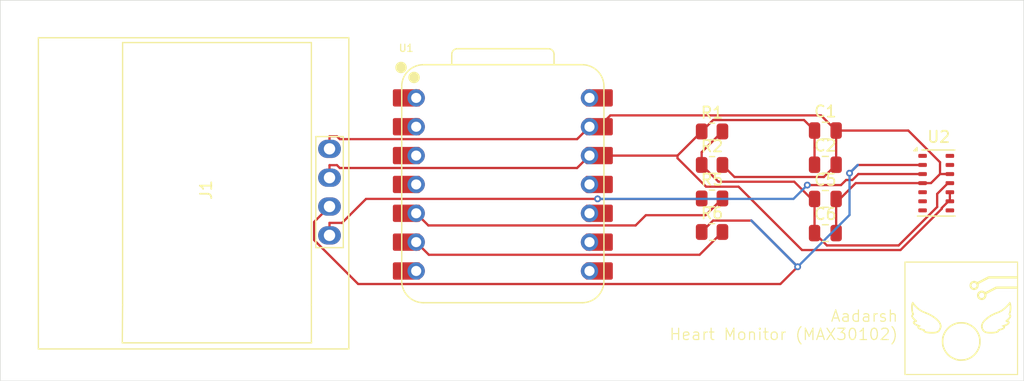
<source format=kicad_pcb>
(kicad_pcb (version 20241229) (generator "pcbnew") (generator_version "9.0")
  (layers (0 "F.Cu" signal) (2 "B.Cu" signal) (13 "F.Paste" user) (15 "B.Paste" user) (5 "F.SilkS" user "F.Silkscreen") (7 "B.SilkS" user "B.Silkscreen") (1 "F.Mask" user) (3 "B.Mask" user) (25 "Edge.Cuts" user))
  (net 0 "")
  (net 1 "GND")
  (net 2 "+3V3")
  (net 3 "+1V8")
  (net 4 "SDA")
  (net 5 "SCL")
  (net 6 "Net-(U1-GPIO6{slash}SDA)")
  (net 7 "Net-(U1-GPIO7{slash}SCL)")
  (footprint "Resistor_SMD:R_0805_2012Metric" (layer "F.Cu") (at 164.5875 84.45)
    (property "Reference" "R5" (at 0 -1.65 0) (layer "F.SilkS"))
    (property "Value" "4.7k")
    (fp_line (start -0.227064 -0.735) (end 0.227064 -0.735) (stroke (width 0.12)) (layer "F.SilkS"))
    (fp_line (start -0.227064 0.735) (end 0.227064 0.735) (stroke (width 0.12)) (layer "F.SilkS"))
    (pad "1" smd roundrect (at -0.9125 0) (size 1.025 1.4) (layers "F.Cu" "F.Mask" "F.Paste") (roundrect_rratio 0.243902) (net 4 "SDA"))
    (pad "2" smd roundrect (at 0.9125 0) (size 1.025 1.4) (layers "F.Cu" "F.Mask" "F.Paste") (roundrect_rratio 0.243902) (net 6 "Net-(U1-GPIO6{slash}SDA)"))
  )
  (footprint "Resistor_SMD:R_0805_2012Metric" (layer "F.Cu") (at 164.5875 78.55)
    (property "Reference" "R1" (at 0 -1.65 0) (layer "F.SilkS"))
    (property "Value" "80")
    (fp_line (start -0.227064 -0.735) (end 0.227064 -0.735) (stroke (width 0.12)) (layer "F.SilkS"))
    (fp_line (start -0.227064 0.735) (end 0.227064 0.735) (stroke (width 0.12)) (layer "F.SilkS"))
    (pad "1" smd roundrect (at -0.9125 0) (size 1.025 1.4) (layers "F.Cu" "F.Mask" "F.Paste") (roundrect_rratio 0.243902) (net 2 "+3V3"))
    (pad "2" smd roundrect (at 0.9125 0) (size 1.025 1.4) (layers "F.Cu" "F.Mask" "F.Paste") (roundrect_rratio 0.243902) (net 3 "+1V8"))
  )
  (footprint "EE Parts:XIAO-RP2040-DIP" (layer "F.Cu") (at 146.191 83.2145)
    (property "Reference" "U1" (at -8.5 -12 0) (layer "F.SilkS") (effects (font (size 0.635 0.635) (thickness 0.1016))))
    (property "Value" "XIAO-RP2040-DIP")
    (fp_line (start -8.89 8.509) (end -8.89 -8.636) (stroke (width 0.127)) (layer "F.SilkS"))
    (fp_line (start -6.985 10.414) (end 6.985 10.414) (stroke (width 0.127)) (layer "F.SilkS"))
    (fp_line (start -4.495 -10.541) (end -4.491272 -11.451272) (stroke (width 0.127)) (layer "F.SilkS"))
    (fp_line (start -3.991272 -11.951) (end 4.004 -11.951) (stroke (width 0.127)) (layer "F.SilkS"))
    (fp_line (start 4.504 -11.451) (end 4.504 -10.541) (stroke (width 0.127)) (layer "F.SilkS"))
    (fp_line (start 6.985 -10.541) (end -6.985 -10.541) (stroke (width 0.1)) (layer "F.SilkS"))
    (fp_line (start 6.985 -10.541) (end -6.985 -10.541) (stroke (width 0.127)) (layer "F.SilkS"))
    (fp_line (start 8.89 8.509) (end 8.89 -8.636) (stroke (width 0.127)) (layer "F.SilkS"))
    (fp_arc (start -8.89 -8.636) (mid -8.332038 -9.983038) (end -6.985 -10.541) (stroke (width 0.127)) (layer "F.SilkS"))
    (fp_arc (start -6.985 10.414) (mid -8.332038 9.856038) (end -8.89 8.509) (stroke (width 0.127)) (layer "F.SilkS"))
    (fp_arc (start -4.491272 -11.451272) (mid -4.344728 -11.80464) (end -3.991272 -11.951) (stroke (width 0.127)) (layer "F.SilkS"))
    (fp_arc (start 4.004 -11.951) (mid 4.357553 -11.804553) (end 4.504 -11.451) (stroke (width 0.127)) (layer "F.SilkS"))
    (fp_arc (start 6.985 -10.541) (mid 8.332038 -9.983038) (end 8.89 -8.636) (stroke (width 0.127)) (layer "F.SilkS"))
    (fp_arc (start 8.89 8.509) (mid 8.332038 9.856038) (end 6.985 10.414) (stroke (width 0.127)) (layer "F.SilkS"))
    (fp_circle (center -8.95 -10.3) (end -8.95 -10.554) (stroke (width 0.5)) (fill yes) (layer "F.SilkS"))
    (fp_circle (center -7.807 -9.42) (end -7.807 -9.674) (stroke (width 0.5)) (fill yes) (layer "F.SilkS"))
    (pad "1" smd roundrect (at -8.455 -7.62 180) (size 2.432 1.524) (layers "F.Cu" "F.Mask") (roundrect_rratio 0.1))
    (pad "1" thru_hole circle (at -7.62 -7.62 180) (size 1.524 1.524) (drill 0.889) (layers "*.Cu" "*.Mask"))
    (pad "2" smd roundrect (at -8.455 -5.08 180) (size 2.432 1.524) (layers "F.Cu" "F.Mask") (roundrect_rratio 0.1))
    (pad "2" thru_hole circle (at -7.62 -5.08 180) (size 1.524 1.524) (drill 0.889) (layers "*.Cu" "*.Mask"))
    (pad "3" smd roundrect (at -8.455 -2.54 180) (size 2.432 1.524) (layers "F.Cu" "F.Mask") (roundrect_rratio 0.1))
    (pad "3" thru_hole circle (at -7.62 -2.54 180) (size 1.524 1.524) (drill 0.889) (layers "*.Cu" "*.Mask"))
    (pad "4" smd roundrect (at -8.455 0 180) (size 2.432 1.524) (layers "F.Cu" "F.Mask") (roundrect_rratio 0.1))
    (pad "4" thru_hole circle (at -7.62 0 180) (size 1.524 1.524) (drill 0.889) (layers "*.Cu" "*.Mask"))
    (pad "5" smd roundrect (at -8.455 2.54 180) (size 2.432 1.524) (layers "F.Cu" "F.Mask") (roundrect_rratio 0.1) (net 6 "Net-(U1-GPIO6{slash}SDA)"))
    (pad "5" thru_hole circle (at -7.62 2.54 180) (size 1.524 1.524) (drill 0.889) (layers "*.Cu" "*.Mask") (net 6 "Net-(U1-GPIO6{slash}SDA)"))
    (pad "6" smd roundrect (at -8.455 5.08 180) (size 2.432 1.524) (layers "F.Cu" "F.Mask") (roundrect_rratio 0.1) (net 7 "Net-(U1-GPIO7{slash}SCL)"))
    (pad "6" thru_hole circle (at -7.62 5.08 180) (size 1.524 1.524) (drill 0.889) (layers "*.Cu" "*.Mask") (net 7 "Net-(U1-GPIO7{slash}SCL)"))
    (pad "7" smd roundrect (at -8.455 7.62 180) (size 2.432 1.524) (layers "F.Cu" "F.Mask") (roundrect_rratio 0.1))
    (pad "7" thru_hole circle (at -7.62 7.62 180) (size 1.524 1.524) (drill 0.889) (layers "*.Cu" "*.Mask"))
    (pad "8" thru_hole circle (at 7.62 7.62) (size 1.524 1.524) (drill 0.889) (layers "*.Cu" "*.Mask"))
    (pad "8" smd roundrect (at 8.455 7.62) (size 2.432 1.524) (layers "F.Cu" "F.Mask") (roundrect_rratio 0.1))
    (pad "9" thru_hole circle (at 7.62 5.08) (size 1.524 1.524) (drill 0.889) (layers "*.Cu" "*.Mask"))
    (pad "9" smd roundrect (at 8.455 5.08) (size 2.432 1.524) (layers "F.Cu" "F.Mask") (roundrect_rratio 0.1))
    (pad "10" thru_hole circle (at 7.62 2.54) (size 1.524 1.524) (drill 0.889) (layers "*.Cu" "*.Mask"))
    (pad "10" smd roundrect (at 8.455 2.54) (size 2.432 1.524) (layers "F.Cu" "F.Mask") (roundrect_rratio 0.1))
    (pad "11" thru_hole circle (at 7.62 0) (size 1.524 1.524) (drill 0.889) (layers "*.Cu" "*.Mask"))
    (pad "11" smd roundrect (at 8.455 0) (size 2.432 1.524) (layers "F.Cu" "F.Mask") (roundrect_rratio 0.1))
    (pad "12" thru_hole circle (at 7.62 -2.54) (size 1.524 1.524) (drill 0.889) (layers "*.Cu" "*.Mask") (net 2 "+3V3"))
    (pad "12" smd roundrect (at 8.455 -2.54) (size 2.432 1.524) (layers "F.Cu" "F.Mask") (roundrect_rratio 0.1) (net 2 "+3V3"))
    (pad "13" thru_hole circle (at 7.62 -5.08) (size 1.524 1.524) (drill 0.889) (layers "*.Cu" "*.Mask") (net 1 "GND"))
    (pad "13" smd roundrect (at 8.455 -5.08) (size 2.432 1.524) (layers "F.Cu" "F.Mask") (roundrect_rratio 0.1) (net 1 "GND"))
    (pad "14" thru_hole circle (at 7.62 -7.62) (size 1.524 1.524) (drill 0.889) (layers "*.Cu" "*.Mask"))
    (pad "14" smd roundrect (at 8.455 -7.62) (size 2.432 1.524) (layers "F.Cu" "F.Mask") (roundrect_rratio 0.1))
  )
  (footprint "Capacitor_SMD:C_0805_2012Metric" (layer "F.Cu") (at 174.55 87.5)
    (property "Reference" "C6" (at 0 -1.68 0) (layer "F.SilkS"))
    (property "Value" "0.1u")
    (fp_line (start -0.261252 -0.735) (end 0.261252 -0.735) (stroke (width 0.12)) (layer "F.SilkS"))
    (fp_line (start -0.261252 0.735) (end 0.261252 0.735) (stroke (width 0.12)) (layer "F.SilkS"))
    (pad "1" smd roundrect (at -0.95 0) (size 1 1.45) (layers "F.Cu" "F.Mask" "F.Paste") (net 3 "+1V8"))
    (pad "2" smd roundrect (at 0.95 0) (size 1 1.45) (layers "F.Cu" "F.Mask" "F.Paste") (net 1 "GND"))
  )
  (footprint "Images:Untitled" (layer "F.Cu") (at 186.5 95)
    (property "Reference" "G***" (hide yes))
    (property "Value" "LOGO" (hide yes))
    (fp_poly (pts (xy 0.098018 0.33116) (xy 0.237437 0.339104) (xy 0.357198 0.35388) (xy 0.42 0.36745) (xy 0.671987 0.456902) (xy 0.903588 0.579627) (xy 1.112294 0.733115) (xy 1.295594 0.914855) (xy 1.450978 1.122337) (xy 1.575938 1.353051) (xy 1.667962 1.604486) (xy 1.672345 1.620047) (xy 1.691703 1.719954) (xy 1.70424 1.847461) (xy 1.709953 1.990754) (xy 1.708839 2.138018) (xy 1.700895 2.277437) (xy 1.686119 2.397198) (xy 1.672549 2.46) (xy 1.583794 2.709775) (xy 1.461807 2.940218) (xy 1.309417 3.148481) (xy 1.129457 3.331717) (xy 0.924758 3.487081) (xy 0.698152 3.611726) (xy 0.452469 3.702806) (xy 0.43 3.709127) (xy 0.360646 3.722606) (xy 0.262924 3.734442) (xy 0.14824 3.744) (xy 0.028001 3.750642) (xy -0.086387 3.753734) (xy -0.183516 3.752638) (xy -0.25 3.747047) (xy -0.445279 3.701447) (xy -0.647856 3.628721) (xy -0.842865 3.535042) (xy -1.006871 3.432766) (xy -1.199122 3.271071) (xy -1.366961 3.079987) (xy -1.507374 2.863919) (xy -1.617347 2.627273) (xy -1.672346 2.459952) (xy -1.691704 2.360045) (xy -1.704241 2.232538) (xy -1.709954 2.089245) (xy -1.708972 1.959419) (xy -1.569807 1.959419) (xy -1.56901 2.140708) (xy -1.55216 2.313262) (xy -1.524075 2.445983) (xy -1.435841 2.68594) (xy -1.315536 2.904199) (xy -1.165831 3.09833) (xy -0.989399 3.265899) (xy -0.788913 3.404478) (xy -0.567045 3.511633) (xy -0.326466 3.584935) (xy -0.256722 3.598953) (xy -0.148342 3.610286) (xy -0.01559 3.612064) (xy 0.127274 3.605104) (xy 0.26599 3.590223) (xy 0.386299 3.568235) (xy 0.416572 3.560404) (xy 0.653237 3.473437) (xy 0.869326 3.35337) (xy 1.062193 3.202859) (xy 1.229188 3.024561) (xy 1.367663 2.821133) (xy 1.47497 2.595234) (xy 1.523296 2.45) (xy 1.554563 2.295764) (xy 1.569806 2.12058) (xy 1.569009 1.939291) (xy 1.552159 1.766737) (xy 1.524074 1.634016) (xy 1.43545 1.392659) (xy 1.314687 1.173559) (xy 1.16404 0.978977) (xy 0.985763 0.811176) (xy 0.782112 0.672417) (xy 0.555342 0.564961) (xy 0.41 0.516703) (xy 0.255764 0.485436) (xy 0.08058 0.470193) (xy -0.100709 0.47099) (xy -0.273263 0.48784) (xy -0.405984 0.515925) (xy -0.647341 0.604549) (xy -0.866441 0.725312) (xy -1.061023 0.875959) (xy -1.228824 1.054236) (xy -1.367583 1.257887) (xy -1.475039 1.484657) (xy -1.523297 1.63) (xy -1.554564 1.784235) (xy -1.569807 1.959419) (xy -1.708972 1.959419) (xy -1.70884 1.941981) (xy -1.700896 1.802562) (xy -1.68612 1.682801) (xy -1.67255 1.62) (xy -1.583098 1.368012) (xy -1.460373 1.136411) (xy -1.306885 0.927705) (xy -1.125145 0.744405) (xy -0.917663 0.589021) (xy -0.686949 0.464061) (xy -0.435514 0.372037) (xy -0.419953 0.367654) (xy -0.320046 0.348296) (xy -0.192539 0.335759) (xy -0.049246 0.330046)) (fill yes) (layer "F.SilkS"))
    (fp_poly (pts (xy 5 0) (xy 5 5) (xy 0 5) (xy -5 5) (xy -5 0) (xy -4.9 0) (xy -4.9 4.9) (xy 0 4.9) (xy 4.9 4.9) (xy 4.9 1.15) (xy 4.9 -2.6) (xy 4.004471 -2.6) (xy 3.108943 -2.6) (xy 2.664719 -2.365) (xy 2.220495 -2.13) (xy 2.220247 -2.034358) (xy 2.202763 -1.908822) (xy 2.154924 -1.801107) (xy 2.082613 -1.713859) (xy 1.991713 -1.649724) (xy 1.888106 -1.611348) (xy 1.777675 -1.601375) (xy 1.666303 -1.622451) (xy 1.559872 -1.677223) (xy 1.512478 -1.716061) (xy 1.436245 -1.812297) (xy 1.393576 -1.921028) (xy 1.38441 -2.021227) (xy 1.57 -2.021227) (xy 1.587432 -1.92397) (xy 1.637651 -1.846865) (xy 1.71 -1.798058) (xy 1.786319 -1.784236) (xy 1.870411 -1.799544) (xy 1.94704 -1.840391) (xy 1.968132 -1.858902) (xy 2.007367 -1.905052) (xy 2.025522 -1.951867) (xy 2.029999 -2.018614) (xy 2.03 -2.02) (xy 2.025808 -2.086758) (xy 2.008009 -2.133661) (xy 1.968767 -2.180437) (xy 1.964615 -2.184616) (xy 1.917028 -2.225841) (xy 1.870838 -2.245018) (xy 1.806319 -2.249983) (xy 1.8 -2.25) (xy 1.733242 -2.245809) (xy 1.686339 -2.22801) (xy 1.639563 -2.188768) (xy 1.635384 -2.184616) (xy 1.593859 -2.136532) (xy 1.57474 -2.089722) (xy 1.570003 -2.024133) (xy 1.57 -2.021227) (xy 1.38441 -2.021227) (xy 1.38313 -2.035215) (xy 1.403568 -2.147816) (xy 1.453549 -2.25179) (xy 1.531733 -2.340095) (xy 1.63678 -2.405691) (xy 1.644357 -2.40894) (xy 1.75422 -2.435823) (xy 1.870045 -2.431998) (xy 1.979356 -2.399485) (xy 2.069678 -2.340303) (xy 2.069934 -2.340062) (xy 2.082926 -2.329112) (xy 2.097564 -2.323008) (xy 2.118149 -2.323523) (xy 2.148985 -2.332434) (xy 2.194372 -2.351516) (xy 2.258615 -2.382544) (xy 2.346015 -2.427294) (xy 2.460876 -2.487541) (xy 2.580207 -2.550619) (xy 3.05 -2.799205) (xy 3.975 -2.799603) (xy 4.9 -2.8) (xy 4.9 -3.15) (xy 4.9 -3.5) (xy 3.664245 -3.5) (xy 2.42849 -3.5) (xy 1.981195 -3.262411) (xy 1.533901 -3.024821) (xy 1.53195 -2.897411) (xy 1.514673 -2.765555) (xy 1.4666 -2.658682) (xy 1.386715 -2.575069) (xy 1.316363 -2.531934) (xy 1.200526 -2.489601) (xy 1.090974 -2.484173) (xy 0.978641 -2.51562) (xy 0.946188 -2.530663) (xy 0.845925 -2.599668) (xy 0.77599 -2.687077) (xy 0.735238 -2.786608) (xy 0.722521 -2.891979) (xy 0.723596 -2.899937) (xy 0.9 -2.899937) (xy 0.915949 -2.825738) (xy 0.956717 -2.75189) (xy 1.011681 -2.697294) (xy 1.015113 -2.695096) (xy 1.092606 -2.664341) (xy 1.173489 -2.669675) (xy 1.227856 -2.690324) (xy 1.29122 -2.736968) (xy 1.338637 -2.802548) (xy 1.35973 -2.87216) (xy 1.36 -2.880064) (xy 1.343257 -2.958814) (xy 1.299155 -3.031328) (xy 1.236884 -3.087586) (xy 1.165634 -3.117568) (xy 1.139936 -3.12) (xy 1.061186 -3.103258) (xy 0.988672 -3.059156) (xy 0.932414 -2.996885) (xy 0.902432 -2.925635) (xy 0.9 -2.899937) (xy 0.723596 -2.899937) (xy 0.736693 -2.996909) (xy 0.776609 -3.095117) (xy 0.841121 -3.180321) (xy 0.929082 -3.246241) (xy 1.039348 -3.286593) (xy 1.085464 -3.293775) (xy 1.15851 -3.297212) (xy 1.220563 -3.28744) (xy 1.291824 -3.260745) (xy 1.310368 -3.252404) (xy 1.425485 -3.199702) (xy 1.899717 -3.449851) (xy 2.373949 -3.7) (xy 3.636974 -3.7) (xy 4.9 -3.7) (xy 4.9 -4.3) (xy 4.9 -4.9) (xy 0 -4.9) (xy -4.9 -4.9) (xy -4.9 0) (xy -5 0) (xy -5 -5) (xy 0 -5) (xy 5 -5)) (fill yes) (layer "F.SilkS"))
    (fp_poly (pts (xy 4.276885 -1.449602) (xy 4.290432 -1.439642) (xy 4.334369 -1.387282) (xy 4.367138 -1.309782) (xy 4.390637 -1.201633) (xy 4.401233 -1.118238) (xy 4.408885 -0.979118) (xy 4.405558 -0.831083) (xy 4.392343 -0.686483) (xy 4.370332 -0.557668) (xy 4.343416 -0.46415) (xy 4.306362 -0.36663) (xy 4.353181 -0.3122) (xy 4.385391 -0.260248) (xy 4.39993 -0.208142) (xy 4.4 -0.2052) (xy 4.383483 -0.125159) (xy 4.337077 -0.033349) (xy 4.265495 0.061935) (xy 4.221879 0.108148) (xy 4.122718 0.205818) (xy 4.186359 0.248555) (xy 4.240046 0.302674) (xy 4.257605 0.365551) (xy 4.241039 0.433861) (xy 4.192351 0.504276) (xy 4.113544 0.573471) (xy 4.00662 0.638119) (xy 3.930809 0.672927) (xy 3.878209 0.697156) (xy 3.854607 0.719345) (xy 3.851234 0.750632) (xy 3.85396 0.770532) (xy 3.846046 0.840539) (xy 3.800908 0.906263) (xy 3.721259 0.965718) (xy 3.609809 1.01692) (xy 3.469269 1.057884) (xy 3.458119 1.060381) (xy 3.392449 1.077295) (xy 3.35453 1.096592) (xy 3.332495 1.126161) (xy 3.322551 1.150475) (xy 3.277914 1.21682) (xy 3.228914 1.249174) (xy 3.127543 1.285177) (xy 2.995375 1.313744) (xy 2.841071 1.333988) (xy 2.673294 1.345024) (xy 2.500706 1.345967) (xy 2.357695 1.338254) (xy 2.195644 1.313896) (xy 2.064286 1.268686) (xy 1.958256 1.199083) (xy 1.872185 1.101547) (xy 1.800708 0.972536) (xy 1.799565 0.97) (xy 1.75676 0.864651) (xy 1.734396 0.779072) (xy 1.733038 0.752558) (xy 1.884164 0.752558) (xy 1.914545 0.870883) (xy 1.940563 0.931179) (xy 2.001914 1.035678) (xy 2.074511 1.108164) (xy 2.16749 1.156566) (xy 2.218775 1.1727) (xy 2.283486 1.183716) (xy 2.377945 1.191658) (xy 2.492014 1.196454) (xy 2.615553 1.19803) (xy 2.738425 1.196313) (xy 2.850491 1.191231) (xy 2.94161 1.182708) (xy 2.970923 1.178136) (xy 3.074623 1.154568) (xy 3.144011 1.126944) (xy 3.184771 1.091814) (xy 3.202587 1.045726) (xy 3.203721 1.036772) (xy 3.208216 1.00676) (xy 3.219654 0.985813) (xy 3.245639 0.969566) (xy 3.293774 0.953653) (xy 3.371664 0.933711) (xy 3.391862 0.928761) (xy 3.521363 0.893269) (xy 3.620238 0.857996) (xy 3.685125 0.824292) (xy 3.709143 0.801386) (xy 3.700541 0.780844) (xy 3.666166 0.747412) (xy 3.628177 0.718746) (xy 3.535532 0.655004) (xy 3.702766 0.600867) (xy 3.853482 0.547037) (xy 3.968649 0.494168) (xy 4.052602 0.440153) (xy 4.076962 0.419134) (xy 4.105041 0.381102) (xy 4.095328 0.355555) (xy 4.047695 0.342354) (xy 4.005513 0.340306) (xy 3.955222 0.331972) (xy 3.9217 0.300162) (xy 3.908494 0.277087) (xy 3.889554 0.236288) (xy 3.89089 0.21019) (xy 3.917142 0.183544) (xy 3.94298 0.163808) (xy 4.001825 0.114896) (xy 4.067883 0.052763) (xy 4.133531 -0.014493) (xy 4.191146 -0.078774) (xy 4.233103 -0.131982) (xy 4.251101 -0.163472) (xy 4.250801 -0.210215) (xy 4.235634 -0.228477) (xy 4.205943 -0.260954) (xy 4.175603 -0.308858) (xy 4.175559 -0.308942) (xy 4.157372 -0.350927) (xy 4.158018 -0.385583) (xy 4.17847 -0.432534) (xy 4.182034 -0.439414) (xy 4.216337 -0.524605) (xy 4.240188 -0.631182) (xy 4.254424 -0.764773) (xy 4.259884 -0.931004) (xy 4.26 -0.963225) (xy 4.26 -1.200991) (xy 4.055 -0.993769) (xy 3.873176 -0.821293) (xy 3.699962 -0.681641) (xy 3.528954 -0.570561) (xy 3.353747 -0.483802) (xy 3.202246 -0.42776) (xy 3.017946 -0.359389) (xy 2.832424 -0.273344) (xy 2.650676 -0.173281) (xy 2.477701 -0.062857) (xy 2.318495 0.054272) (xy 2.178055 0.17445) (xy 2.061379 0.29402) (xy 1.973464 0.409327) (xy 1.922149 0.508847) (xy 1.886887 0.636216) (xy 1.884164 0.752558) (xy 1.733038 0.752558) (xy 1.730347 0.700007) (xy 1.742462 0.614303) (xy 1.777108 0.488069) (xy 1.828126 0.374728) (xy 1.90094 0.265458) (xy 2.000973 0.15144) (xy 2.067923 0.085073) (xy 2.312142 -0.123635) (xy 2.575905 -0.300491) (xy 2.863484 -0.448074) (xy 3.11574 -0.547555) (xy 3.232098 -0.589158) (xy 3.321628 -0.624634) (xy 3.395778 -0.659484) (xy 3.465993 -0.699206) (xy 3.543721 -0.749299) (xy 3.563705 -0.762758) (xy 3.771384 -0.922088) (xy 3.97056 -1.110917) (xy 4.150712 -1.318794) (xy 4.22677 -1.421459) (xy 4.253328 -1.451337)) (fill yes) (layer "F.SilkS"))
    (fp_poly (pts (xy -4.239724 -1.444561) (xy -4.222258 -1.42021) (xy -4.149047 -1.319047) (xy -4.056086 -1.20593) (xy -3.954852 -1.093898) (xy -3.856825 -0.995991) (xy -3.818072 -0.961096) (xy -3.662099 -0.833415) (xy -3.519824 -0.732958) (xy -3.382005 -0.654178) (xy -3.239402 -0.591529) (xy -3.15 -0.560121) (xy -2.874976 -0.453292) (xy -2.605342 -0.314706) (xy -2.351074 -0.150315) (xy -2.122148 0.033927) (xy -2.064631 0.087603) (xy -1.944715 0.21258) (xy -1.855944 0.328067) (xy -1.793478 0.44204) (xy -1.75248 0.56248) (xy -1.739104 0.624394) (xy -1.729514 0.689345) (xy -1.729752 0.742699) (xy -1.74161 0.800495) (xy -1.766878 0.87877) (xy -1.767818 0.881476) (xy -1.825042 1.021152) (xy -1.891759 1.13069) (xy -1.973202 1.213594) (xy -2.074603 1.273371) (xy -2.201195 1.313526) (xy -2.358212 1.337566) (xy -2.46 1.34522) (xy -2.552367 1.347404) (xy -2.663925 1.345839) (xy -2.774075 1.340896) (xy -2.8 1.339098) (xy -2.977045 1.319741) (xy -3.116564 1.291035) (xy -3.220049 1.252442) (xy -3.288993 1.203423) (xy -3.322552 1.150475) (xy -3.340854 1.111584) (xy -3.368313 1.087433) (xy -3.416798 1.070137) (xy -3.45812 1.060381) (xy -3.601651 1.020051) (xy -3.715272 0.969571) (xy -3.796535 0.910754) (xy -3.842991 0.84541) (xy -3.852192 0.775353) (xy -3.851215 0.76944) (xy -3.846708 0.729546) (xy -3.858234 0.705149) (xy -3.894457 0.685067) (xy -3.926344 0.672459) (xy -4.044214 0.617607) (xy -4.138617 0.554054) (xy -4.207233 0.485698) (xy -4.24774 0.41644) (xy -4.257817 0.350181) (xy -4.235144 0.290819) (xy -4.18112 0.244346) (xy -4.123675 0.211377) (xy -4.234566 0.091602) (xy -4.323931 -0.015829) (xy -4.378296 -0.108584) (xy -4.398568 -0.189616) (xy -4.385654 -0.261877) (xy -4.357424 -0.308733) (xy -4.333521 -0.342102) (xy -4.324981 -0.370909) (xy -4.330934 -0.409766) (xy -4.348088 -0.465784) (xy -4.377153 -0.585027) (xy -4.397681 -0.729083) (xy -4.408498 -0.883449) (xy -4.408463 -0.965985) (xy -4.259932 -0.965985) (xy -4.255608 -0.792589) (xy -4.241907 -0.65219) (xy -4.217897 -0.538686) (xy -4.182645 -0.445975) (xy -4.179521 -0.439688) (xy -4.157788 -0.390382) (xy -4.15592 -0.355065) (xy -4.173236 -0.313405) (xy -4.175169 -0.309688) (xy -4.205094 -0.261937) (xy -4.233882 -0.229766) (xy -4.234364 -0.229406) (xy -4.251826 -0.20371) (xy -4.244371 -0.161733) (xy -4.241729 -0.154548) (xy -4.215178 -0.110448) (xy -4.165829 -0.049458) (xy -4.101734 0.01985) (xy -4.030945 0.088902) (xy -3.961512 0.149126) (xy -3.942981 0.163563) (xy -3.901541 0.196884) (xy -3.887457 0.221431) (xy -3.896097 0.252449) (xy -3.908495 0.277087) (xy -3.940067 0.322097) (xy -3.981224 0.338947) (xy -4.005514 0.340306) (xy -4.073898 0.346774) (xy -4.104389 0.365544) (xy -4.097249 0.396908) (xy -4.076963 0.420033) (xy -4.028063 0.455773) (xy -3.952315 0.49832) (xy -3.860984 0.542341) (xy -3.765335 0.582508) (xy -3.676635 0.61349) (xy -3.655 0.619679) (xy -3.600215 0.637112) (xy -3.565888 0.653262) (xy -3.56 0.659941) (xy -3.575273 0.678509) (xy -3.614267 0.709647) (xy -3.64376 0.730113) (xy -3.727519 0.785543) (xy -3.681352 0.822927) (xy -3.634813 0.849194) (xy -3.56036 0.878906) (xy -3.469428 0.908315) (xy -3.37345 0.933675) (xy -3.295162 0.94946) (xy -3.242366 0.963903) (xy -3.216403 0.990739) (xy -3.208491 1.015876) (xy -3.193381 1.0771) (xy -3.17723 1.111236) (xy -3.152085 1.130595) (xy -3.127722 1.140866) (xy -3.054193 1.16027) (xy -2.95043 1.176238) (xy -2.826085 1.188361) (xy -2.69081 1.196229) (xy -2.554257 1.199433) (xy -2.426077 1.197564) (xy -2.315923 1.190211) (xy -2.24 1.178528) (xy -2.12594 1.139144) (xy -2.037519 1.075709) (xy -1.967016 0.981872) (xy -1.941296 0.932714) (xy -1.893499 0.798059) (xy -1.882314 0.668269) (xy -1.908401 0.540466) (xy -1.972418 0.411773) (xy -2.075024 0.279309) (xy -2.096134 0.25644) (xy -2.285414 0.079745) (xy -2.505848 -0.084458) (xy -2.749287 -0.231105) (xy -3.007581 -0.355134) (xy -3.196052 -0.426868) (xy -3.449716 -0.533563) (xy -3.691458 -0.677818) (xy -3.921825 -0.860008) (xy -4.119416 -1.056209) (xy -4.259863 -1.21) (xy -4.259932 -0.965985) (xy -4.408463 -0.965985) (xy -4.408434 -1.033619) (xy -4.401499 -1.126614) (xy -4.381739 -1.253548) (xy -4.354137 -1.346902) (xy -4.316535 -1.41269) (xy -4.288576 -1.441182) (xy -4.261562 -1.457039)) (fill yes) (layer "F.SilkS"))
  )
  (footprint "Resistor_SMD:R_0805_2012Metric" (layer "F.Cu") (at 164.5875 87.4)
    (property "Reference" "R6" (at 0 -1.65 0) (layer "F.SilkS"))
    (property "Value" "4.7k")
    (fp_line (start -0.227064 -0.735) (end 0.227064 -0.735) (stroke (width 0.12)) (layer "F.SilkS"))
    (fp_line (start -0.227064 0.735) (end 0.227064 0.735) (stroke (width 0.12)) (layer "F.SilkS"))
    (pad "1" smd roundrect (at -0.9125 0) (size 1.025 1.4) (layers "F.Cu" "F.Mask" "F.Paste") (roundrect_rratio 0.243902) (net 5 "SCL"))
    (pad "2" smd roundrect (at 0.9125 0) (size 1.025 1.4) (layers "F.Cu" "F.Mask" "F.Paste") (roundrect_rratio 0.243902) (net 7 "Net-(U1-GPIO7{slash}SCL)"))
  )
  (footprint "Capacitor_SMD:C_0805_2012Metric" (layer "F.Cu") (at 174.55 81.48)
    (property "Reference" "C2" (at 0 -1.68 0) (layer "F.SilkS"))
    (property "Value" "0.1u")
    (fp_line (start -0.261252 -0.735) (end 0.261252 -0.735) (stroke (width 0.12)) (layer "F.SilkS"))
    (fp_line (start -0.261252 0.735) (end 0.261252 0.735) (stroke (width 0.12)) (layer "F.SilkS"))
    (pad "1" smd roundrect (at -0.95 0) (size 1 1.45) (layers "F.Cu" "F.Mask" "F.Paste") (net 2 "+3V3"))
    (pad "2" smd roundrect (at 0.95 0) (size 1 1.45) (layers "F.Cu" "F.Mask" "F.Paste") (net 1 "GND"))
  )
  (footprint "SSD1306:128x64OLED" (layer "F.Cu") (at 120.35 83.7 -90)
    (property "Reference" "J1" (at 0 0.254 90) (layer "F.SilkS"))
    (property "Value" "OLED_128x64")
    (fp_line (start -13.4 15) (end -13.4 -12.3) (stroke (width 0.12)) (layer "F.SilkS"))
    (fp_line (start 14 15) (end -13.4 15) (stroke (width 0.12)) (layer "F.SilkS"))
    (fp_line (start 13.462 7.62) (end 13.462 -9.017) (stroke (width 0.12)) (layer "F.SilkS"))
    (fp_line (start -12.978 7.595) (end -12.978 -9.005) (stroke (width 0.12)) (layer "F.SilkS"))
    (fp_line (start 10.122 7.595) (end 13.462 7.62) (stroke (width 0.12)) (layer "F.SilkS"))
    (fp_line (start 10.122 7.595) (end -12.978 7.595) (stroke (width 0.12)) (layer "F.SilkS"))
    (fp_line (start -12.978 -9.005) (end 10.122 -9.005) (stroke (width 0.12)) (layer "F.SilkS"))
    (fp_line (start 10.122 -9.005) (end 13.208 -9.005) (stroke (width 0.12)) (layer "F.SilkS"))
    (fp_line (start 13.462 -9.017) (end 13.208 -9.005) (stroke (width 0.12)) (layer "F.SilkS"))
    (fp_line (start 5.08 -9.398) (end -4.699 -9.398) (stroke (width 0.12)) (layer "F.SilkS"))
    (fp_line (start -4.699 -11.811) (end -4.699 -9.398) (stroke (width 0.12)) (layer "F.SilkS"))
    (fp_line (start -4.699 -11.811) (end 5.08 -11.811) (stroke (width 0.12)) (layer "F.SilkS"))
    (fp_line (start 5.08 -11.811) (end 5.08 -9.398) (stroke (width 0.12)) (layer "F.SilkS"))
    (fp_line (start -13.4 -12.3) (end 14 -12.3) (stroke (width 0.12)) (layer "F.SilkS"))
    (fp_line (start 14 -12.3) (end 14 15) (stroke (width 0.12)) (layer "F.SilkS"))
    (pad "1" thru_hole oval (at -3.62 -10.6) (size 2 1.6) (drill 1) (layers "*.Cu" "*.Mask") (net 1 "GND"))
    (pad "2" thru_hole oval (at -1.08 -10.6) (size 2 1.6) (drill 1) (layers "*.Cu" "*.Mask") (net 2 "+3V3"))
    (pad "3" thru_hole oval (at 1.46 -10.6) (size 2 1.6) (drill 1) (layers "*.Cu" "*.Mask") (net 5 "SCL"))
    (pad "4" thru_hole oval (at 4 -10.6) (size 2 1.6) (drill 1) (layers "*.Cu" "*.Mask") (net 4 "SDA"))
  )
  (footprint "Capacitor_SMD:C_0805_2012Metric" (layer "F.Cu") (at 174.55 84.49)
    (property "Reference" "C5" (at 0 -1.68 0) (layer "F.SilkS"))
    (property "Value" "4.7u")
    (fp_line (start -0.261252 -0.735) (end 0.261252 -0.735) (stroke (width 0.12)) (layer "F.SilkS"))
    (fp_line (start -0.261252 0.735) (end 0.261252 0.735) (stroke (width 0.12)) (layer "F.SilkS"))
    (pad "1" smd roundrect (at -0.95 0) (size 1 1.45) (layers "F.Cu" "F.Mask" "F.Paste") (net 3 "+1V8"))
    (pad "2" smd roundrect (at 0.95 0) (size 1 1.45) (layers "F.Cu" "F.Mask" "F.Paste") (net 1 "GND"))
  )
  (footprint "OptoDevice:Maxim_OLGA-14_3.3x5.6mm_P0.8mm" (layer "F.Cu") (at 184.3 83.1)
    (property "Reference" "U2" (at 0.22 -4.07 0) (layer "F.SilkS"))
    (property "Value" "MAX30102")
    (fp_line (start -1.25 -2.92) (end 1.64 -2.92) (stroke (width 0.12)) (layer "F.SilkS"))
    (fp_line (start 1.66 2.9) (end -1.65 2.9) (stroke (width 0.12)) (layer "F.SilkS"))
    (fp_poly (pts (xy -1.69 -2.85) (xy -1.97 -2.85) (xy -1.69 -3.13) (xy -1.69 -2.85)) (stroke (width 0.12)) (fill yes) (layer "F.SilkS"))
    (pad "1" smd roundrect (at -1.2 -2.4) (size 0.75 0.35) (layers "F.Cu" "F.Mask" "F.Paste"))
    (pad "2" smd roundrect (at -1.2 -1.6) (size 0.75 0.35) (layers "F.Cu" "F.Mask" "F.Paste") (net 5 "SCL"))
    (pad "3" smd roundrect (at -1.2 -0.8) (size 0.75 0.35) (layers "F.Cu" "F.Mask" "F.Paste") (net 4 "SDA"))
    (pad "4" smd roundrect (at -1.2 0) (size 0.75 0.35) (layers "F.Cu" "F.Mask" "F.Paste") (net 1 "GND"))
    (pad "5" smd roundrect (at -1.2 0.8) (size 0.75 0.35) (layers "F.Cu" "F.Mask" "F.Paste"))
    (pad "6" smd roundrect (at -1.2 1.6) (size 0.75 0.35) (layers "F.Cu" "F.Mask" "F.Paste"))
    (pad "7" smd roundrect (at -1.2 2.4) (size 0.75 0.35) (layers "F.Cu" "F.Mask" "F.Paste"))
    (pad "8" smd roundrect (at 1.2 2.4) (size 0.75 0.35) (layers "F.Cu" "F.Mask" "F.Paste"))
    (pad "9" smd roundrect (at 1.2 1.6) (size 0.75 0.35) (layers "F.Cu" "F.Mask" "F.Paste") (net 2 "+3V3"))
    (pad "10" smd roundrect (at 1.2 0.8) (size 0.75 0.35) (layers "F.Cu" "F.Mask" "F.Paste") (net 2 "+3V3"))
    (pad "11" smd roundrect (at 1.2 0) (size 0.75 0.35) (layers "F.Cu" "F.Mask" "F.Paste") (net 3 "+1V8"))
    (pad "12" smd roundrect (at 1.2 -0.8) (size 0.75 0.35) (layers "F.Cu" "F.Mask" "F.Paste") (net 1 "GND"))
    (pad "13" smd roundrect (at 1.2 -1.6) (size 0.75 0.35) (layers "F.Cu" "F.Mask" "F.Paste"))
    (pad "14" smd roundrect (at 1.2 -2.4) (size 0.75 0.35) (layers "F.Cu" "F.Mask" "F.Paste"))
  )
  (footprint "Capacitor_SMD:C_0805_2012Metric" (layer "F.Cu") (at 174.55 78.47)
    (property "Reference" "C1" (at 0 -1.68 0) (layer "F.SilkS"))
    (property "Value" "10u")
    (fp_line (start -0.261252 -0.735) (end 0.261252 -0.735) (stroke (width 0.12)) (layer "F.SilkS"))
    (fp_line (start -0.261252 0.735) (end 0.261252 0.735) (stroke (width 0.12)) (layer "F.SilkS"))
    (pad "1" smd roundrect (at -0.95 0) (size 1 1.45) (layers "F.Cu" "F.Mask" "F.Paste") (net 2 "+3V3"))
    (pad "2" smd roundrect (at 0.95 0) (size 1 1.45) (layers "F.Cu" "F.Mask" "F.Paste") (net 1 "GND"))
  )
  (footprint "Resistor_SMD:R_0805_2012Metric" (layer "F.Cu") (at 164.5875 81.5)
    (property "Reference" "R2" (at 0 -1.65 0) (layer "F.SilkS"))
    (property "Value" "80")
    (fp_line (start -0.227064 -0.735) (end 0.227064 -0.735) (stroke (width 0.12)) (layer "F.SilkS"))
    (fp_line (start -0.227064 0.735) (end 0.227064 0.735) (stroke (width 0.12)) (layer "F.SilkS"))
    (pad "1" smd roundrect (at -0.9125 0) (size 1.025 1.4) (layers "F.Cu" "F.Mask" "F.Paste") (roundrect_rratio 0.243902) (net 3 "+1V8"))
    (pad "2" smd roundrect (at 0.9125 0) (size 1.025 1.4) (layers "F.Cu" "F.Mask" "F.Paste") (roundrect_rratio 0.243902) (net 1 "GND"))
  )
  (gr_rect (start 102 67) (end 192 100.5) (stroke (width 0.05)) (fill no) (layer "Edge.Cuts"))
  (gr_text "Aadarsh\nHeart Monitor (MAX30102)" (at 181 97 0) (layer "F.SilkS") (effects (font (size 1 1) (thickness 0.1)) (justify right bottom)))
  (segment (start 166.557 82.5566) (end 165.5 81.5) (width 0.2) (layer "F.Cu") (net 1))
  (segment (start 175.828 84.49) (end 177.218 83.1) (width 0.2) (layer "F.Cu") (net 1))
  (segment (start 185.026 82.3) (end 185.067 82.3) (width 0.2) (layer "F.Cu") (net 1))
  (segment (start 177.218 83.1) (end 183.1 83.1) (width 0.2) (layer "F.Cu") (net 1))
  (segment (start 175.5 78.47) (end 174.165 77.1352) (width 0.2) (layer "F.Cu") (net 1))
  (segment (start 175.5 78.47) (end 175.5 81.48) (width 0.2) (layer "F.Cu") (net 1))
  (segment (start 184.634 82.3) (end 184.634 81.2581) (width 0.2) (layer "F.Cu") (net 1))
  (segment (start 154.646 78.1345) (end 153.811 78.1345) (width 0.2) (layer "F.Cu") (net 1))
  (segment (start 181.846 78.47) (end 175.5 78.47) (width 0.2) (layer "F.Cu") (net 1))
  (segment (start 131.854 79.2259) (end 131.6064 78.9783) (width 0.2) (layer "F.Cu") (net 1))
  (segment (start 175.5 87.5) (end 175.5 84.49) (width 0.2) (layer "F.Cu") (net 1))
  (segment (start 184.634 81.2581) (end 181.846 78.47) (width 0.2) (layer "F.Cu") (net 1))
  (segment (start 131.6064 78.9783) (end 130.95 78.9783) (width 0.2) (layer "F.Cu") (net 1))
  (segment (start 130.95 80.08) (end 130.95 78.9783) (width 0.2) (layer "F.Cu") (net 1))
  (segment (start 174.165 77.1352) (end 155.645 77.1352) (width 0.2) (layer "F.Cu") (net 1))
  (segment (start 175.5 84.49) (end 175.828 84.49) (width 0.2) (layer "F.Cu") (net 1))
  (segment (start 175.5 81.48) (end 174.423 82.5566) (width 0.2) (layer "F.Cu") (net 1))
  (segment (start 183.1 83.1) (end 183.834 83.1) (width 0.2) (layer "F.Cu") (net 1))
  (segment (start 153.2655 78.6802) (end 152.8344 79.1115) (width 0.2) (layer "F.Cu") (net 1))
  (segment (start 185.067 82.3) (end 185.5 82.3) (width 0.2) (layer "F.Cu") (net 1))
  (segment (start 155.645 77.1352) (end 154.646 78.1345) (width 0.2) (layer "F.Cu") (net 1))
  (segment (start 153.811 78.1345) (end 153.2655 78.6802) (width 0.2) (layer "F.Cu") (net 1))
  (segment (start 183.834 83.1) (end 184.634 82.3) (width 0.2) (layer "F.Cu") (net 1))
  (segment (start 174.423 82.5566) (end 166.557 82.5566) (width 0.2) (layer "F.Cu") (net 1))
  (segment (start 184.634 82.3) (end 185.026 82.3) (width 0.2) (layer "F.Cu") (net 1))
  (segment (start 152.72 79.2259) (end 131.854 79.2259) (width 0.2) (layer "F.Cu") (net 1))
  (segment (start 152.8344 79.1115) (end 152.72 79.2259) (width 0.2) (layer "F.Cu") (net 1))
  (segment (start 153.811 80.6745) (end 154.646 80.6745) (width 0.2) (layer "F.Cu") (net 2))
  (segment (start 185.374 84.7) (end 185.5 84.7) (width 0.2) (layer "F.Cu") (net 2))
  (segment (start 181.153 88.9942) (end 184.784 85.363) (width 0.2) (layer "F.Cu") (net 2))
  (segment (start 164.059 83.412) (end 166.919 83.412) (width 0.2) (layer "F.Cu") (net 2))
  (segment (start 173.6 78.9105) (end 173.6 78.47) (width 0.2) (layer "F.Cu") (net 2))
  (segment (start 161.55 80.6745) (end 161.55 80.9035) (width 0.2) (layer "F.Cu") (net 2))
  (segment (start 130.95 82.62) (end 130.95 81.5183) (width 0.2) (layer "F.Cu") (net 2))
  (segment (start 152.8344 81.6515) (end 153.2655 81.2202) (width 0.2) (layer "F.Cu") (net 2))
  (segment (start 184.784 85.363) (end 184.784 85.2899) (width 0.2) (layer "F.Cu") (net 2))
  (segment (start 172.501 88.9942) (end 181.153 88.9942) (width 0.2) (layer "F.Cu") (net 2))
  (segment (start 184.784 85.2899) (end 185.374 84.7) (width 0.2) (layer "F.Cu") (net 2))
  (segment (start 172.674 77.5443) (end 164.681 77.5443) (width 0.2) (layer "F.Cu") (net 2))
  (segment (start 173.6 81.48) (end 173.6 79.975) (width 0.2) (layer "F.Cu") (net 2))
  (segment (start 153.2655 81.2202) (end 153.811 80.6745) (width 0.2) (layer "F.Cu") (net 2))
  (segment (start 163.675 78.55) (end 161.55 80.6745) (width 0.2) (layer "F.Cu") (net 2))
  (segment (start 185.5 84.7) (end 185.5 83.9) (width 0.2) (layer "F.Cu") (net 2))
  (segment (start 131.6064 81.5183) (end 130.95 81.5183) (width 0.2) (layer "F.Cu") (net 2))
  (segment (start 131.854 81.7659) (end 131.6064 81.5183) (width 0.2) (layer "F.Cu") (net 2))
  (segment (start 161.55 80.6745) (end 154.646 80.6745) (width 0.2) (layer "F.Cu") (net 2))
  (segment (start 166.919 83.412) (end 172.501 88.9942) (width 0.2) (layer "F.Cu") (net 2))
  (segment (start 173.6 79.975) (end 173.6 78.9105) (width 0.2) (layer "F.Cu") (net 2))
  (segment (start 173.6 78.47) (end 172.674 77.5443) (width 0.2) (layer "F.Cu") (net 2))
  (segment (start 152.72 81.7659) (end 131.854 81.7659) (width 0.2) (layer "F.Cu") (net 2))
  (segment (start 152.72 81.7659) (end 152.8344 81.6515) (width 0.2) (layer "F.Cu") (net 2))
  (segment (start 164.681 77.5443) (end 163.675 78.55) (width 0.2) (layer "F.Cu") (net 2))
  (segment (start 161.55 80.9035) (end 164.059 83.412) (width 0.2) (layer "F.Cu") (net 2))
  (segment (start 184.382 84.0467) (end 184.382 85.1955) (width 0.2) (layer "F.Cu") (net 3))
  (segment (start 165.15 82.975) (end 171.815 82.975) (width 0.2) (layer "F.Cu") (net 3))
  (segment (start 171.815 82.975) (end 173.33 84.49) (width 0.2) (layer "F.Cu") (net 3))
  (segment (start 185.5 83.1) (end 185.329 83.1) (width 0.2) (layer "F.Cu") (net 3))
  (segment (start 184.382 85.1955) (end 180.996 88.5824) (width 0.2) (layer "F.Cu") (net 3))
  (segment (start 163.675 81.5) (end 163.675 80.375) (width 0.2) (layer "F.Cu") (net 3))
  (segment (start 185.329 83.1) (end 184.382 84.0467) (width 0.2) (layer "F.Cu") (net 3))
  (segment (start 163.675 80.375) (end 165.5 78.55) (width 0.2) (layer "F.Cu") (net 3))
  (segment (start 174.682 88.5824) (end 173.6 87.5) (width 0.2) (layer "F.Cu") (net 3))
  (segment (start 163.675 81.5) (end 165.15 82.975) (width 0.2) (layer "F.Cu") (net 3))
  (segment (start 173.33 84.49) (end 173.6 84.49) (width 0.2) (layer "F.Cu") (net 3))
  (segment (start 173.6 84.49) (end 173.6 87.5) (width 0.2) (layer "F.Cu") (net 3))
  (segment (start 180.996 88.5824) (end 174.682 88.5824) (width 0.2) (layer "F.Cu") (net 3))
  (segment (start 177.449 82.3001) (end 177.449 82.3) (width 0.2) (layer "F.Cu") (net 4))
  (segment (start 177.449 82.3) (end 183.1 82.3) (width 0.2) (layer "F.Cu") (net 4))
  (segment (start 134.1655 84.4845) (end 132.0517 86.5983) (width 0.2) (layer "F.Cu") (net 4))
  (segment (start 163.64 84.4845) (end 163.675 84.45) (width 0.2) (layer "F.Cu") (net 4))
  (segment (start 172.962 83.2715) (end 175.925 83.2715) (width 0.2) (layer "F.Cu") (net 4))
  (segment (start 176.926 82.8237) (end 177.449 82.3001) (width 0.2) (layer "F.Cu") (net 4))
  (segment (start 130.95 87.7) (end 130.95 86.5983) (width 0.2) (layer "F.Cu") (net 4))
  (segment (start 176.372 82.8237) (end 176.926 82.8237) (width 0.2) (layer "F.Cu") (net 4))
  (segment (start 132.0517 86.5983) (end 130.95 86.5983) (width 0.2) (layer "F.Cu") (net 4))
  (segment (start 154.524 84.4845) (end 163.64 84.4845) (width 0.2) (layer "F.Cu") (net 4))
  (segment (start 154.524 84.4845) (end 134.1655 84.4845) (width 0.2) (layer "F.Cu") (net 4))
  (segment (start 175.925 83.2715) (end 176.372 82.8237) (width 0.2) (layer "F.Cu") (net 4))
  (via (at 154.524 84.4845) (size 0.6) (drill 0.3) (layers "F.Cu" "B.Cu") (net 4))
  (via (at 172.962 83.2715) (size 0.6) (drill 0.3) (layers "F.Cu" "B.Cu") (net 4))
  (segment (start 154.524 84.4844) (end 154.524 84.4845) (width 0.2) (layer "B.Cu") (net 4))
  (segment (start 171.749 84.4844) (end 154.524 84.4844) (width 0.2) (layer "B.Cu") (net 4))
  (segment (start 172.962 83.2715) (end 171.749 84.4844) (width 0.2) (layer "B.Cu") (net 4))
  (segment (start 163.862 87.2133) (end 163.848 87.2269) (width 0.2) (layer "F.Cu") (net 5))
  (segment (start 170.5954 91.9842) (end 133.4705 91.9842) (width 0.2) (layer "F.Cu") (net 5))
  (segment (start 129.5955 88.1092) (end 129.5955 86.5145) (width 0.2) (layer "F.Cu") (net 5))
  (segment (start 177.399 81.5) (end 176.677 82.222) (width 0.2) (layer "F.Cu") (net 5))
  (segment (start 163.675 87.4) (end 163.862 87.2133) (width 0.2) (layer "F.Cu") (net 5))
  (segment (start 176.677 82.222) (end 177.399 81.5) (width 0.2) (layer "F.Cu") (net 5))
  (segment (start 177.399 81.5) (end 183.1 81.5) (width 0.2) (layer "F.Cu") (net 5))
  (segment (start 163.862 87.2133) (end 164.678 86.397) (width 0.2) (layer "F.Cu") (net 5))
  (segment (start 168.048 86.397) (end 172.115 90.4646) (width 0.2) (layer "F.Cu") (net 5))
  (segment (start 172.115 90.4646) (end 168.048 86.397) (width 0.2) (layer "F.Cu") (net 5))
  (segment (start 164.678 86.397) (end 168.048 86.397) (width 0.2) (layer "F.Cu") (net 5))
  (segment (start 168.048 86.397) (end 172.115 90.4646) (width 0.2) (layer "F.Cu") (net 5))
  (segment (start 133.4705 91.9842) (end 129.5955 88.1092) (width 0.2) (layer "F.Cu") (net 5))
  (segment (start 176.677 82.222) (end 177.399 81.5) (width 0.2) (layer "F.Cu") (net 5))
  (segment (start 172.115 90.4646) (end 170.5954 91.9842) (width 0.2) (layer "F.Cu") (net 5))
  (segment (start 129.5955 86.5145) (end 130.95 85.16) (width 0.2) (layer "F.Cu") (net 5))
  (via (at 176.677 82.222) (size 0.6) (drill 0.3) (layers "F.Cu" "B.Cu") (net 5))
  (via (at 172.115 90.4646) (size 0.6) (drill 0.3) (layers "F.Cu" "B.Cu") (net 5))
  (segment (start 172.115 90.4646) (end 168.048 86.397) (width 0.2) (layer "B.Cu") (net 5))
  (segment (start 176.677 85.9033) (end 176.677 82.222) (width 0.2) (layer "B.Cu") (net 5))
  (segment (start 172.115 90.4646) (end 176.677 85.9033) (width 0.2) (layer "B.Cu") (net 5))
  (segment (start 177.399 81.5) (end 176.677 82.222) (width 0.2) (layer "B.Cu") (net 5))
  (segment (start 176.677 82.222) (end 177.399 81.5) (width 0.2) (layer "B.Cu") (net 5))
  (segment (start 168.048 86.397) (end 172.115 90.4646) (width 0.2) (layer "B.Cu") (net 5))
  (segment (start 164.025 85.925) (end 158.764 85.925) (width 0.2) (layer "F.Cu") (net 6))
  (segment (start 157.863 86.8252) (end 139.642 86.8252) (width 0.2) (layer "F.Cu") (net 6))
  (segment (start 139.642 86.8252) (end 138.571 85.7545) (width 0.2) (layer "F.Cu") (net 6))
  (segment (start 165.5 84.45) (end 164.025 85.925) (width 0.2) (layer "F.Cu") (net 6))
  (segment (start 137.736 85.7545) (end 138.571 85.7545) (width 0.2) (layer "F.Cu") (net 6))
  (segment (start 158.764 85.925) (end 157.863 86.8252) (width 0.2) (layer "F.Cu") (net 6))
  (segment (start 163.494 89.4055) (end 139.682 89.4055) (width 0.2) (layer "F.Cu") (net 7))
  (segment (start 138.571 88.2945) (end 137.736 88.2945) (width 0.2) (layer "F.Cu") (net 7))
  (segment (start 165.5 87.4) (end 163.494 89.4055) (width 0.2) (layer "F.Cu") (net 7))
  (segment (start 139.682 89.4055) (end 138.571 88.2945) (width 0.2) (layer "F.Cu") (net 7))
)
</source>
